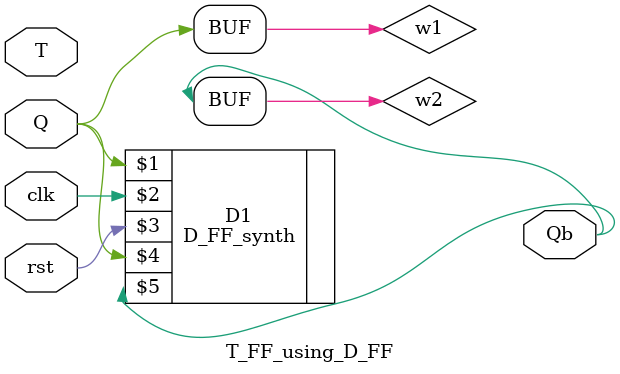
<source format=v>
module T_FF_using_D_FF(T, clk, rst, Q, Qb);

input T, clk, rst;
inout Q;
output Qb;

wire w1,w2;

assign w1 = Q;
assign w2 = Qb;
D_FF_synth D1(w1, clk, rst, Q, Qb);

endmodule

</source>
